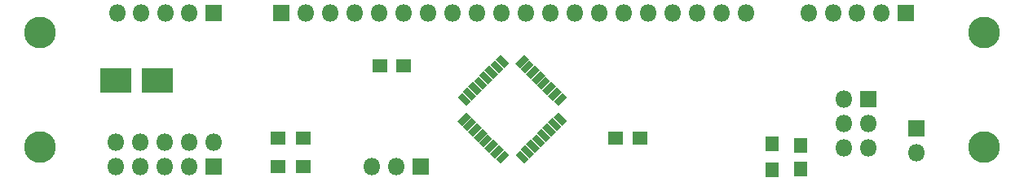
<source format=gbr>
G04 #@! TF.GenerationSoftware,KiCad,Pcbnew,(5.1.6)-1*
G04 #@! TF.CreationDate,2020-10-30T20:32:16+01:00*
G04 #@! TF.ProjectId,light-ctl,6c696768-742d-4637-946c-2e6b69636164,rev?*
G04 #@! TF.SameCoordinates,Original*
G04 #@! TF.FileFunction,Soldermask,Top*
G04 #@! TF.FilePolarity,Negative*
%FSLAX46Y46*%
G04 Gerber Fmt 4.6, Leading zero omitted, Abs format (unit mm)*
G04 Created by KiCad (PCBNEW (5.1.6)-1) date 2020-10-30 20:32:16*
%MOMM*%
%LPD*%
G01*
G04 APERTURE LIST*
%ADD10R,1.600000X1.350000*%
%ADD11R,1.350000X1.600000*%
%ADD12C,3.300000*%
%ADD13O,1.800000X1.800000*%
%ADD14R,1.800000X1.800000*%
%ADD15R,1.400000X1.600000*%
%ADD16R,1.600000X1.400000*%
%ADD17C,0.100000*%
%ADD18R,3.300000X2.600000*%
G04 APERTURE END LIST*
D10*
X139250000Y-108500000D03*
X141750000Y-108500000D03*
D11*
X183000000Y-119250000D03*
X183000000Y-116750000D03*
D10*
X166250000Y-116000000D03*
X163750000Y-116000000D03*
D12*
X104000000Y-105000000D03*
X202000000Y-105000000D03*
X202000000Y-117000000D03*
X104000000Y-117000000D03*
D13*
X112000000Y-103000000D03*
X114500000Y-103000000D03*
X117000000Y-103000000D03*
X119500000Y-103000000D03*
D14*
X122000000Y-103000000D03*
D13*
X177260000Y-103000000D03*
X174720000Y-103000000D03*
X172180000Y-103000000D03*
X169640000Y-103000000D03*
X167100000Y-103000000D03*
X164560000Y-103000000D03*
X162020000Y-103000000D03*
X159480000Y-103000000D03*
X156940000Y-103000000D03*
X154400000Y-103000000D03*
X151860000Y-103000000D03*
X149320000Y-103000000D03*
X146780000Y-103000000D03*
X144240000Y-103000000D03*
X141700000Y-103000000D03*
X139160000Y-103000000D03*
X136620000Y-103000000D03*
X134080000Y-103000000D03*
X131540000Y-103000000D03*
D14*
X129000000Y-103000000D03*
X193840000Y-103000000D03*
D13*
X191340000Y-103000000D03*
X188840000Y-103000000D03*
X186340000Y-103000000D03*
X183840000Y-103000000D03*
D14*
X122000000Y-119000000D03*
D13*
X122000000Y-116460000D03*
X119460000Y-119000000D03*
X119460000Y-116460000D03*
X116920000Y-119000000D03*
X116920000Y-116460000D03*
X114380000Y-119000000D03*
X114380000Y-116460000D03*
X111840000Y-119000000D03*
X111840000Y-116460000D03*
X138420000Y-119000000D03*
X140960000Y-119000000D03*
D14*
X143500000Y-119000000D03*
D13*
X187460000Y-117080000D03*
X190000000Y-117080000D03*
X187460000Y-114540000D03*
X190000000Y-114540000D03*
X187460000Y-112000000D03*
D14*
X190000000Y-112000000D03*
D13*
X195000000Y-117540000D03*
D14*
X195000000Y-115000000D03*
D15*
X180000000Y-119350000D03*
X180000000Y-116650000D03*
D16*
X128650000Y-119000000D03*
X131350000Y-119000000D03*
X131350000Y-116000000D03*
X128650000Y-116000000D03*
D17*
G36*
X152186827Y-117277996D02*
G01*
X152681802Y-117772971D01*
X151762563Y-118692210D01*
X151267588Y-118197235D01*
X152186827Y-117277996D01*
G37*
G36*
X151621142Y-116712310D02*
G01*
X152116117Y-117207285D01*
X151196878Y-118126524D01*
X150701903Y-117631549D01*
X151621142Y-116712310D01*
G37*
G36*
X151055456Y-116146625D02*
G01*
X151550431Y-116641600D01*
X150631192Y-117560839D01*
X150136217Y-117065864D01*
X151055456Y-116146625D01*
G37*
G36*
X150489771Y-115580940D02*
G01*
X150984746Y-116075915D01*
X150065507Y-116995154D01*
X149570532Y-116500179D01*
X150489771Y-115580940D01*
G37*
G36*
X149924085Y-115015254D02*
G01*
X150419060Y-115510229D01*
X149499821Y-116429468D01*
X149004846Y-115934493D01*
X149924085Y-115015254D01*
G37*
G36*
X149358400Y-114449569D02*
G01*
X149853375Y-114944544D01*
X148934136Y-115863783D01*
X148439161Y-115368808D01*
X149358400Y-114449569D01*
G37*
G36*
X148792715Y-113883883D02*
G01*
X149287690Y-114378858D01*
X148368451Y-115298097D01*
X147873476Y-114803122D01*
X148792715Y-113883883D01*
G37*
G36*
X148227029Y-113318198D02*
G01*
X148722004Y-113813173D01*
X147802765Y-114732412D01*
X147307790Y-114237437D01*
X148227029Y-113318198D01*
G37*
G36*
X148722004Y-112186827D02*
G01*
X148227029Y-112681802D01*
X147307790Y-111762563D01*
X147802765Y-111267588D01*
X148722004Y-112186827D01*
G37*
G36*
X149287690Y-111621142D02*
G01*
X148792715Y-112116117D01*
X147873476Y-111196878D01*
X148368451Y-110701903D01*
X149287690Y-111621142D01*
G37*
G36*
X149853375Y-111055456D02*
G01*
X149358400Y-111550431D01*
X148439161Y-110631192D01*
X148934136Y-110136217D01*
X149853375Y-111055456D01*
G37*
G36*
X150419060Y-110489771D02*
G01*
X149924085Y-110984746D01*
X149004846Y-110065507D01*
X149499821Y-109570532D01*
X150419060Y-110489771D01*
G37*
G36*
X150984746Y-109924085D02*
G01*
X150489771Y-110419060D01*
X149570532Y-109499821D01*
X150065507Y-109004846D01*
X150984746Y-109924085D01*
G37*
G36*
X151550431Y-109358400D02*
G01*
X151055456Y-109853375D01*
X150136217Y-108934136D01*
X150631192Y-108439161D01*
X151550431Y-109358400D01*
G37*
G36*
X152116117Y-108792715D02*
G01*
X151621142Y-109287690D01*
X150701903Y-108368451D01*
X151196878Y-107873476D01*
X152116117Y-108792715D01*
G37*
G36*
X152681802Y-108227029D02*
G01*
X152186827Y-108722004D01*
X151267588Y-107802765D01*
X151762563Y-107307790D01*
X152681802Y-108227029D01*
G37*
G36*
X154237437Y-107307790D02*
G01*
X154732412Y-107802765D01*
X153813173Y-108722004D01*
X153318198Y-108227029D01*
X154237437Y-107307790D01*
G37*
G36*
X154803122Y-107873476D02*
G01*
X155298097Y-108368451D01*
X154378858Y-109287690D01*
X153883883Y-108792715D01*
X154803122Y-107873476D01*
G37*
G36*
X155368808Y-108439161D02*
G01*
X155863783Y-108934136D01*
X154944544Y-109853375D01*
X154449569Y-109358400D01*
X155368808Y-108439161D01*
G37*
G36*
X155934493Y-109004846D02*
G01*
X156429468Y-109499821D01*
X155510229Y-110419060D01*
X155015254Y-109924085D01*
X155934493Y-109004846D01*
G37*
G36*
X156500179Y-109570532D02*
G01*
X156995154Y-110065507D01*
X156075915Y-110984746D01*
X155580940Y-110489771D01*
X156500179Y-109570532D01*
G37*
G36*
X157065864Y-110136217D02*
G01*
X157560839Y-110631192D01*
X156641600Y-111550431D01*
X156146625Y-111055456D01*
X157065864Y-110136217D01*
G37*
G36*
X157631549Y-110701903D02*
G01*
X158126524Y-111196878D01*
X157207285Y-112116117D01*
X156712310Y-111621142D01*
X157631549Y-110701903D01*
G37*
G36*
X158197235Y-111267588D02*
G01*
X158692210Y-111762563D01*
X157772971Y-112681802D01*
X157277996Y-112186827D01*
X158197235Y-111267588D01*
G37*
G36*
X158692210Y-114237437D02*
G01*
X158197235Y-114732412D01*
X157277996Y-113813173D01*
X157772971Y-113318198D01*
X158692210Y-114237437D01*
G37*
G36*
X158126524Y-114803122D02*
G01*
X157631549Y-115298097D01*
X156712310Y-114378858D01*
X157207285Y-113883883D01*
X158126524Y-114803122D01*
G37*
G36*
X157560839Y-115368808D02*
G01*
X157065864Y-115863783D01*
X156146625Y-114944544D01*
X156641600Y-114449569D01*
X157560839Y-115368808D01*
G37*
G36*
X156995154Y-115934493D02*
G01*
X156500179Y-116429468D01*
X155580940Y-115510229D01*
X156075915Y-115015254D01*
X156995154Y-115934493D01*
G37*
G36*
X156429468Y-116500179D02*
G01*
X155934493Y-116995154D01*
X155015254Y-116075915D01*
X155510229Y-115580940D01*
X156429468Y-116500179D01*
G37*
G36*
X155863783Y-117065864D02*
G01*
X155368808Y-117560839D01*
X154449569Y-116641600D01*
X154944544Y-116146625D01*
X155863783Y-117065864D01*
G37*
G36*
X155298097Y-117631549D02*
G01*
X154803122Y-118126524D01*
X153883883Y-117207285D01*
X154378858Y-116712310D01*
X155298097Y-117631549D01*
G37*
G36*
X154732412Y-118197235D02*
G01*
X154237437Y-118692210D01*
X153318198Y-117772971D01*
X153813173Y-117277996D01*
X154732412Y-118197235D01*
G37*
D18*
X111850000Y-110000000D03*
X116150000Y-110000000D03*
M02*

</source>
